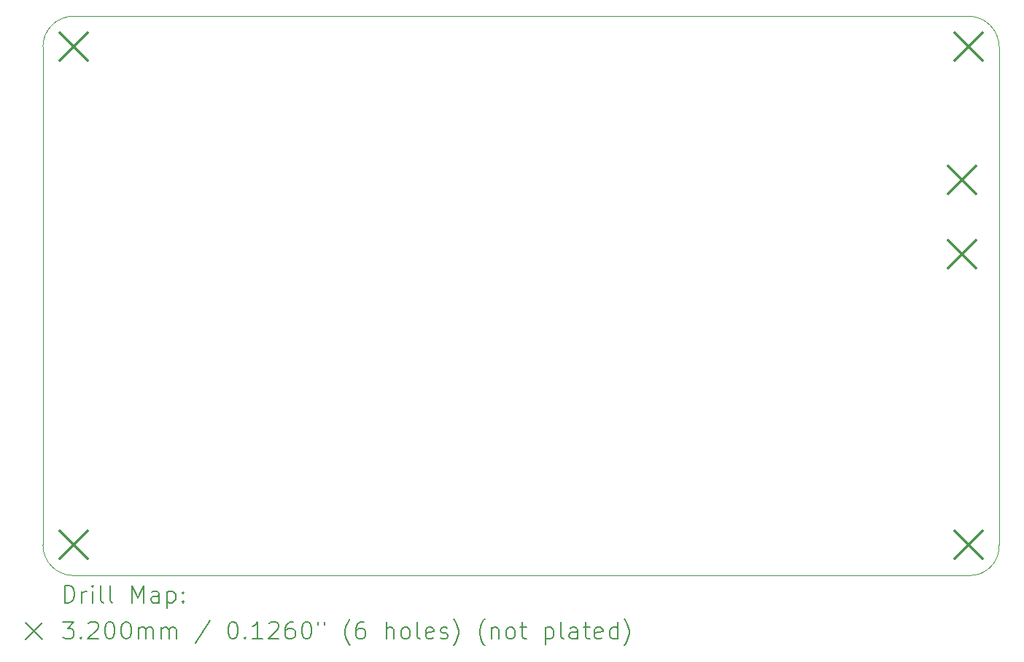
<source format=gbr>
%FSLAX45Y45*%
G04 Gerber Fmt 4.5, Leading zero omitted, Abs format (unit mm)*
G04 Created by KiCad (PCBNEW (6.0.0)) date 2022-03-13 19:16:48*
%MOMM*%
%LPD*%
G01*
G04 APERTURE LIST*
%TA.AperFunction,Profile*%
%ADD10C,0.100000*%
%TD*%
%ADD11C,0.200000*%
%ADD12C,0.320000*%
G04 APERTURE END LIST*
D10*
X5359400Y-4800600D02*
G75*
G03*
X5003800Y-5156200I0J-355600D01*
G01*
X16103600Y-10947400D02*
X16103600Y-5156200D01*
X16103600Y-5156200D02*
G75*
G03*
X15748000Y-4800600I-355600J0D01*
G01*
X15748000Y-11303000D02*
G75*
G03*
X16103600Y-10947400I16581J339019D01*
G01*
X15748000Y-4800600D02*
X5359400Y-4800600D01*
X5359400Y-11303000D02*
X15748000Y-11303000D01*
X5003800Y-5156200D02*
X5003800Y-10947400D01*
X5003800Y-10947400D02*
G75*
G03*
X5359400Y-11303000I355600J0D01*
G01*
D11*
D12*
X5199400Y-4996200D02*
X5519400Y-5316200D01*
X5519400Y-4996200D02*
X5199400Y-5316200D01*
X5199400Y-10787400D02*
X5519400Y-11107400D01*
X5519400Y-10787400D02*
X5199400Y-11107400D01*
X15510400Y-6545600D02*
X15830400Y-6865600D01*
X15830400Y-6545600D02*
X15510400Y-6865600D01*
X15510400Y-7409200D02*
X15830400Y-7729200D01*
X15830400Y-7409200D02*
X15510400Y-7729200D01*
X15588000Y-4996200D02*
X15908000Y-5316200D01*
X15908000Y-4996200D02*
X15588000Y-5316200D01*
X15588000Y-10787400D02*
X15908000Y-11107400D01*
X15908000Y-10787400D02*
X15588000Y-11107400D01*
D11*
X5256419Y-11618881D02*
X5256419Y-11418881D01*
X5304038Y-11418881D01*
X5332610Y-11428405D01*
X5351657Y-11447453D01*
X5361181Y-11466500D01*
X5370705Y-11504596D01*
X5370705Y-11533167D01*
X5361181Y-11571262D01*
X5351657Y-11590310D01*
X5332610Y-11609357D01*
X5304038Y-11618881D01*
X5256419Y-11618881D01*
X5456419Y-11618881D02*
X5456419Y-11485548D01*
X5456419Y-11523643D02*
X5465943Y-11504596D01*
X5475467Y-11495072D01*
X5494514Y-11485548D01*
X5513562Y-11485548D01*
X5580229Y-11618881D02*
X5580229Y-11485548D01*
X5580229Y-11418881D02*
X5570705Y-11428405D01*
X5580229Y-11437929D01*
X5589752Y-11428405D01*
X5580229Y-11418881D01*
X5580229Y-11437929D01*
X5704038Y-11618881D02*
X5684990Y-11609357D01*
X5675467Y-11590310D01*
X5675467Y-11418881D01*
X5808800Y-11618881D02*
X5789752Y-11609357D01*
X5780228Y-11590310D01*
X5780228Y-11418881D01*
X6037371Y-11618881D02*
X6037371Y-11418881D01*
X6104038Y-11561738D01*
X6170705Y-11418881D01*
X6170705Y-11618881D01*
X6351657Y-11618881D02*
X6351657Y-11514119D01*
X6342133Y-11495072D01*
X6323086Y-11485548D01*
X6284990Y-11485548D01*
X6265943Y-11495072D01*
X6351657Y-11609357D02*
X6332609Y-11618881D01*
X6284990Y-11618881D01*
X6265943Y-11609357D01*
X6256419Y-11590310D01*
X6256419Y-11571262D01*
X6265943Y-11552215D01*
X6284990Y-11542691D01*
X6332609Y-11542691D01*
X6351657Y-11533167D01*
X6446895Y-11485548D02*
X6446895Y-11685548D01*
X6446895Y-11495072D02*
X6465943Y-11485548D01*
X6504038Y-11485548D01*
X6523086Y-11495072D01*
X6532609Y-11504596D01*
X6542133Y-11523643D01*
X6542133Y-11580786D01*
X6532609Y-11599834D01*
X6523086Y-11609357D01*
X6504038Y-11618881D01*
X6465943Y-11618881D01*
X6446895Y-11609357D01*
X6627848Y-11599834D02*
X6637371Y-11609357D01*
X6627848Y-11618881D01*
X6618324Y-11609357D01*
X6627848Y-11599834D01*
X6627848Y-11618881D01*
X6627848Y-11495072D02*
X6637371Y-11504596D01*
X6627848Y-11514119D01*
X6618324Y-11504596D01*
X6627848Y-11495072D01*
X6627848Y-11514119D01*
X4798800Y-11848405D02*
X4998800Y-12048405D01*
X4998800Y-11848405D02*
X4798800Y-12048405D01*
X5237371Y-11838881D02*
X5361181Y-11838881D01*
X5294514Y-11915072D01*
X5323086Y-11915072D01*
X5342133Y-11924596D01*
X5351657Y-11934119D01*
X5361181Y-11953167D01*
X5361181Y-12000786D01*
X5351657Y-12019834D01*
X5342133Y-12029357D01*
X5323086Y-12038881D01*
X5265943Y-12038881D01*
X5246895Y-12029357D01*
X5237371Y-12019834D01*
X5446895Y-12019834D02*
X5456419Y-12029357D01*
X5446895Y-12038881D01*
X5437371Y-12029357D01*
X5446895Y-12019834D01*
X5446895Y-12038881D01*
X5532610Y-11857929D02*
X5542133Y-11848405D01*
X5561181Y-11838881D01*
X5608800Y-11838881D01*
X5627848Y-11848405D01*
X5637371Y-11857929D01*
X5646895Y-11876977D01*
X5646895Y-11896024D01*
X5637371Y-11924596D01*
X5523086Y-12038881D01*
X5646895Y-12038881D01*
X5770705Y-11838881D02*
X5789752Y-11838881D01*
X5808800Y-11848405D01*
X5818324Y-11857929D01*
X5827848Y-11876977D01*
X5837371Y-11915072D01*
X5837371Y-11962691D01*
X5827848Y-12000786D01*
X5818324Y-12019834D01*
X5808800Y-12029357D01*
X5789752Y-12038881D01*
X5770705Y-12038881D01*
X5751657Y-12029357D01*
X5742133Y-12019834D01*
X5732609Y-12000786D01*
X5723086Y-11962691D01*
X5723086Y-11915072D01*
X5732609Y-11876977D01*
X5742133Y-11857929D01*
X5751657Y-11848405D01*
X5770705Y-11838881D01*
X5961181Y-11838881D02*
X5980228Y-11838881D01*
X5999276Y-11848405D01*
X6008800Y-11857929D01*
X6018324Y-11876977D01*
X6027848Y-11915072D01*
X6027848Y-11962691D01*
X6018324Y-12000786D01*
X6008800Y-12019834D01*
X5999276Y-12029357D01*
X5980228Y-12038881D01*
X5961181Y-12038881D01*
X5942133Y-12029357D01*
X5932609Y-12019834D01*
X5923086Y-12000786D01*
X5913562Y-11962691D01*
X5913562Y-11915072D01*
X5923086Y-11876977D01*
X5932609Y-11857929D01*
X5942133Y-11848405D01*
X5961181Y-11838881D01*
X6113562Y-12038881D02*
X6113562Y-11905548D01*
X6113562Y-11924596D02*
X6123086Y-11915072D01*
X6142133Y-11905548D01*
X6170705Y-11905548D01*
X6189752Y-11915072D01*
X6199276Y-11934119D01*
X6199276Y-12038881D01*
X6199276Y-11934119D02*
X6208800Y-11915072D01*
X6227848Y-11905548D01*
X6256419Y-11905548D01*
X6275467Y-11915072D01*
X6284990Y-11934119D01*
X6284990Y-12038881D01*
X6380228Y-12038881D02*
X6380228Y-11905548D01*
X6380228Y-11924596D02*
X6389752Y-11915072D01*
X6408800Y-11905548D01*
X6437371Y-11905548D01*
X6456419Y-11915072D01*
X6465943Y-11934119D01*
X6465943Y-12038881D01*
X6465943Y-11934119D02*
X6475467Y-11915072D01*
X6494514Y-11905548D01*
X6523086Y-11905548D01*
X6542133Y-11915072D01*
X6551657Y-11934119D01*
X6551657Y-12038881D01*
X6942133Y-11829357D02*
X6770705Y-12086500D01*
X7199276Y-11838881D02*
X7218324Y-11838881D01*
X7237371Y-11848405D01*
X7246895Y-11857929D01*
X7256419Y-11876977D01*
X7265943Y-11915072D01*
X7265943Y-11962691D01*
X7256419Y-12000786D01*
X7246895Y-12019834D01*
X7237371Y-12029357D01*
X7218324Y-12038881D01*
X7199276Y-12038881D01*
X7180228Y-12029357D01*
X7170705Y-12019834D01*
X7161181Y-12000786D01*
X7151657Y-11962691D01*
X7151657Y-11915072D01*
X7161181Y-11876977D01*
X7170705Y-11857929D01*
X7180228Y-11848405D01*
X7199276Y-11838881D01*
X7351657Y-12019834D02*
X7361181Y-12029357D01*
X7351657Y-12038881D01*
X7342133Y-12029357D01*
X7351657Y-12019834D01*
X7351657Y-12038881D01*
X7551657Y-12038881D02*
X7437371Y-12038881D01*
X7494514Y-12038881D02*
X7494514Y-11838881D01*
X7475467Y-11867453D01*
X7456419Y-11886500D01*
X7437371Y-11896024D01*
X7627848Y-11857929D02*
X7637371Y-11848405D01*
X7656419Y-11838881D01*
X7704038Y-11838881D01*
X7723086Y-11848405D01*
X7732609Y-11857929D01*
X7742133Y-11876977D01*
X7742133Y-11896024D01*
X7732609Y-11924596D01*
X7618324Y-12038881D01*
X7742133Y-12038881D01*
X7913562Y-11838881D02*
X7875467Y-11838881D01*
X7856419Y-11848405D01*
X7846895Y-11857929D01*
X7827848Y-11886500D01*
X7818324Y-11924596D01*
X7818324Y-12000786D01*
X7827848Y-12019834D01*
X7837371Y-12029357D01*
X7856419Y-12038881D01*
X7894514Y-12038881D01*
X7913562Y-12029357D01*
X7923086Y-12019834D01*
X7932609Y-12000786D01*
X7932609Y-11953167D01*
X7923086Y-11934119D01*
X7913562Y-11924596D01*
X7894514Y-11915072D01*
X7856419Y-11915072D01*
X7837371Y-11924596D01*
X7827848Y-11934119D01*
X7818324Y-11953167D01*
X8056419Y-11838881D02*
X8075467Y-11838881D01*
X8094514Y-11848405D01*
X8104038Y-11857929D01*
X8113562Y-11876977D01*
X8123086Y-11915072D01*
X8123086Y-11962691D01*
X8113562Y-12000786D01*
X8104038Y-12019834D01*
X8094514Y-12029357D01*
X8075467Y-12038881D01*
X8056419Y-12038881D01*
X8037371Y-12029357D01*
X8027848Y-12019834D01*
X8018324Y-12000786D01*
X8008800Y-11962691D01*
X8008800Y-11915072D01*
X8018324Y-11876977D01*
X8027848Y-11857929D01*
X8037371Y-11848405D01*
X8056419Y-11838881D01*
X8199276Y-11838881D02*
X8199276Y-11876977D01*
X8275467Y-11838881D02*
X8275467Y-11876977D01*
X8570705Y-12115072D02*
X8561181Y-12105548D01*
X8542133Y-12076977D01*
X8532610Y-12057929D01*
X8523086Y-12029357D01*
X8513562Y-11981738D01*
X8513562Y-11943643D01*
X8523086Y-11896024D01*
X8532610Y-11867453D01*
X8542133Y-11848405D01*
X8561181Y-11819834D01*
X8570705Y-11810310D01*
X8732610Y-11838881D02*
X8694514Y-11838881D01*
X8675467Y-11848405D01*
X8665943Y-11857929D01*
X8646895Y-11886500D01*
X8637371Y-11924596D01*
X8637371Y-12000786D01*
X8646895Y-12019834D01*
X8656419Y-12029357D01*
X8675467Y-12038881D01*
X8713562Y-12038881D01*
X8732610Y-12029357D01*
X8742133Y-12019834D01*
X8751657Y-12000786D01*
X8751657Y-11953167D01*
X8742133Y-11934119D01*
X8732610Y-11924596D01*
X8713562Y-11915072D01*
X8675467Y-11915072D01*
X8656419Y-11924596D01*
X8646895Y-11934119D01*
X8637371Y-11953167D01*
X8989752Y-12038881D02*
X8989752Y-11838881D01*
X9075467Y-12038881D02*
X9075467Y-11934119D01*
X9065943Y-11915072D01*
X9046895Y-11905548D01*
X9018324Y-11905548D01*
X8999276Y-11915072D01*
X8989752Y-11924596D01*
X9199276Y-12038881D02*
X9180229Y-12029357D01*
X9170705Y-12019834D01*
X9161181Y-12000786D01*
X9161181Y-11943643D01*
X9170705Y-11924596D01*
X9180229Y-11915072D01*
X9199276Y-11905548D01*
X9227848Y-11905548D01*
X9246895Y-11915072D01*
X9256419Y-11924596D01*
X9265943Y-11943643D01*
X9265943Y-12000786D01*
X9256419Y-12019834D01*
X9246895Y-12029357D01*
X9227848Y-12038881D01*
X9199276Y-12038881D01*
X9380229Y-12038881D02*
X9361181Y-12029357D01*
X9351657Y-12010310D01*
X9351657Y-11838881D01*
X9532610Y-12029357D02*
X9513562Y-12038881D01*
X9475467Y-12038881D01*
X9456419Y-12029357D01*
X9446895Y-12010310D01*
X9446895Y-11934119D01*
X9456419Y-11915072D01*
X9475467Y-11905548D01*
X9513562Y-11905548D01*
X9532610Y-11915072D01*
X9542133Y-11934119D01*
X9542133Y-11953167D01*
X9446895Y-11972215D01*
X9618324Y-12029357D02*
X9637371Y-12038881D01*
X9675467Y-12038881D01*
X9694514Y-12029357D01*
X9704038Y-12010310D01*
X9704038Y-12000786D01*
X9694514Y-11981738D01*
X9675467Y-11972215D01*
X9646895Y-11972215D01*
X9627848Y-11962691D01*
X9618324Y-11943643D01*
X9618324Y-11934119D01*
X9627848Y-11915072D01*
X9646895Y-11905548D01*
X9675467Y-11905548D01*
X9694514Y-11915072D01*
X9770705Y-12115072D02*
X9780229Y-12105548D01*
X9799276Y-12076977D01*
X9808800Y-12057929D01*
X9818324Y-12029357D01*
X9827848Y-11981738D01*
X9827848Y-11943643D01*
X9818324Y-11896024D01*
X9808800Y-11867453D01*
X9799276Y-11848405D01*
X9780229Y-11819834D01*
X9770705Y-11810310D01*
X10132610Y-12115072D02*
X10123086Y-12105548D01*
X10104038Y-12076977D01*
X10094514Y-12057929D01*
X10084990Y-12029357D01*
X10075467Y-11981738D01*
X10075467Y-11943643D01*
X10084990Y-11896024D01*
X10094514Y-11867453D01*
X10104038Y-11848405D01*
X10123086Y-11819834D01*
X10132610Y-11810310D01*
X10208800Y-11905548D02*
X10208800Y-12038881D01*
X10208800Y-11924596D02*
X10218324Y-11915072D01*
X10237371Y-11905548D01*
X10265943Y-11905548D01*
X10284990Y-11915072D01*
X10294514Y-11934119D01*
X10294514Y-12038881D01*
X10418324Y-12038881D02*
X10399276Y-12029357D01*
X10389752Y-12019834D01*
X10380229Y-12000786D01*
X10380229Y-11943643D01*
X10389752Y-11924596D01*
X10399276Y-11915072D01*
X10418324Y-11905548D01*
X10446895Y-11905548D01*
X10465943Y-11915072D01*
X10475467Y-11924596D01*
X10484990Y-11943643D01*
X10484990Y-12000786D01*
X10475467Y-12019834D01*
X10465943Y-12029357D01*
X10446895Y-12038881D01*
X10418324Y-12038881D01*
X10542133Y-11905548D02*
X10618324Y-11905548D01*
X10570705Y-11838881D02*
X10570705Y-12010310D01*
X10580229Y-12029357D01*
X10599276Y-12038881D01*
X10618324Y-12038881D01*
X10837371Y-11905548D02*
X10837371Y-12105548D01*
X10837371Y-11915072D02*
X10856419Y-11905548D01*
X10894514Y-11905548D01*
X10913562Y-11915072D01*
X10923086Y-11924596D01*
X10932610Y-11943643D01*
X10932610Y-12000786D01*
X10923086Y-12019834D01*
X10913562Y-12029357D01*
X10894514Y-12038881D01*
X10856419Y-12038881D01*
X10837371Y-12029357D01*
X11046895Y-12038881D02*
X11027848Y-12029357D01*
X11018324Y-12010310D01*
X11018324Y-11838881D01*
X11208800Y-12038881D02*
X11208800Y-11934119D01*
X11199276Y-11915072D01*
X11180229Y-11905548D01*
X11142133Y-11905548D01*
X11123086Y-11915072D01*
X11208800Y-12029357D02*
X11189752Y-12038881D01*
X11142133Y-12038881D01*
X11123086Y-12029357D01*
X11113562Y-12010310D01*
X11113562Y-11991262D01*
X11123086Y-11972215D01*
X11142133Y-11962691D01*
X11189752Y-11962691D01*
X11208800Y-11953167D01*
X11275467Y-11905548D02*
X11351657Y-11905548D01*
X11304038Y-11838881D02*
X11304038Y-12010310D01*
X11313562Y-12029357D01*
X11332609Y-12038881D01*
X11351657Y-12038881D01*
X11494514Y-12029357D02*
X11475467Y-12038881D01*
X11437371Y-12038881D01*
X11418324Y-12029357D01*
X11408800Y-12010310D01*
X11408800Y-11934119D01*
X11418324Y-11915072D01*
X11437371Y-11905548D01*
X11475467Y-11905548D01*
X11494514Y-11915072D01*
X11504038Y-11934119D01*
X11504038Y-11953167D01*
X11408800Y-11972215D01*
X11675467Y-12038881D02*
X11675467Y-11838881D01*
X11675467Y-12029357D02*
X11656419Y-12038881D01*
X11618324Y-12038881D01*
X11599276Y-12029357D01*
X11589752Y-12019834D01*
X11580228Y-12000786D01*
X11580228Y-11943643D01*
X11589752Y-11924596D01*
X11599276Y-11915072D01*
X11618324Y-11905548D01*
X11656419Y-11905548D01*
X11675467Y-11915072D01*
X11751657Y-12115072D02*
X11761181Y-12105548D01*
X11780228Y-12076977D01*
X11789752Y-12057929D01*
X11799276Y-12029357D01*
X11808800Y-11981738D01*
X11808800Y-11943643D01*
X11799276Y-11896024D01*
X11789752Y-11867453D01*
X11780228Y-11848405D01*
X11761181Y-11819834D01*
X11751657Y-11810310D01*
M02*

</source>
